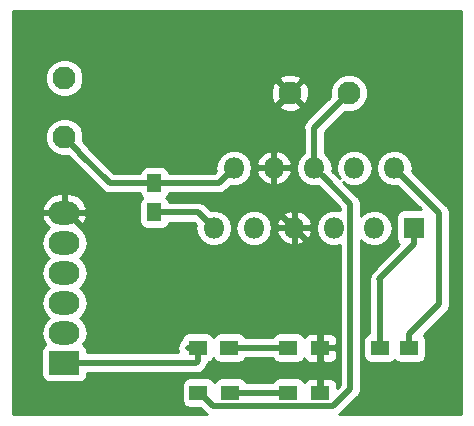
<source format=gtl>
G04 #@! TF.GenerationSoftware,KiCad,Pcbnew,(5.0.0-3-g5ebb6b6)*
G04 #@! TF.CreationDate,2018-09-23T14:54:49+01:00*
G04 #@! TF.ProjectId,flow-module,666C6F772D6D6F64756C652E6B696361,rev?*
G04 #@! TF.SameCoordinates,Original*
G04 #@! TF.FileFunction,Copper,L1,Top,Signal*
G04 #@! TF.FilePolarity,Positive*
%FSLAX46Y46*%
G04 Gerber Fmt 4.6, Leading zero omitted, Abs format (unit mm)*
G04 Created by KiCad (PCBNEW (5.0.0-3-g5ebb6b6)) date 2018 September 23, Sunday 14:54:49*
%MOMM*%
%LPD*%
G01*
G04 APERTURE LIST*
G04 #@! TA.AperFunction,SMDPad,CuDef*
%ADD10R,1.500000X1.300000*%
G04 #@! TD*
G04 #@! TA.AperFunction,ComponentPad*
%ADD11C,1.950000*%
G04 #@! TD*
G04 #@! TA.AperFunction,SMDPad,CuDef*
%ADD12R,1.250000X1.500000*%
G04 #@! TD*
G04 #@! TA.AperFunction,SMDPad,CuDef*
%ADD13R,1.500000X1.250000*%
G04 #@! TD*
G04 #@! TA.AperFunction,ComponentPad*
%ADD14R,1.800000X1.800000*%
G04 #@! TD*
G04 #@! TA.AperFunction,ComponentPad*
%ADD15O,1.800000X1.800000*%
G04 #@! TD*
G04 #@! TA.AperFunction,ComponentPad*
%ADD16R,2.600000X2.000000*%
G04 #@! TD*
G04 #@! TA.AperFunction,ComponentPad*
%ADD17O,2.600000X2.000000*%
G04 #@! TD*
G04 #@! TA.AperFunction,Conductor*
%ADD18C,0.500000*%
G04 #@! TD*
G04 #@! TA.AperFunction,Conductor*
%ADD19C,0.254000*%
G04 #@! TD*
G04 APERTURE END LIST*
D10*
G04 #@! TO.P,R1,1*
G04 #@! TO.N,Net-(D5-Pad1)*
X93900000Y-54610000D03*
G04 #@! TO.P,R1,2*
G04 #@! TO.N,Earth*
X96600000Y-54610000D03*
G04 #@! TD*
D11*
G04 #@! TO.P,P1,2*
G04 #@! TO.N,Earth*
X94020000Y-29210000D03*
G04 #@! TO.P,P1,1*
G04 #@! TO.N,VCC*
X99020000Y-29210000D03*
G04 #@! TD*
D10*
G04 #@! TO.P,D5,1*
G04 #@! TO.N,Net-(D5-Pad1)*
X88980000Y-54610000D03*
G04 #@! TO.P,D5,2*
G04 #@! TO.N,VCC*
X86280000Y-54610000D03*
G04 #@! TD*
G04 #@! TO.P,D6,1*
G04 #@! TO.N,Net-(D6-Pad1)*
X88900000Y-50800000D03*
G04 #@! TO.P,D6,2*
G04 #@! TO.N,VAA*
X86200000Y-50800000D03*
G04 #@! TD*
G04 #@! TO.P,R2,1*
G04 #@! TO.N,Net-(D6-Pad1)*
X93900000Y-50800000D03*
G04 #@! TO.P,R2,2*
G04 #@! TO.N,Earth*
X96600000Y-50800000D03*
G04 #@! TD*
D12*
G04 #@! TO.P,C1,1*
G04 #@! TO.N,Output2*
X82550000Y-36850000D03*
G04 #@! TO.P,C1,2*
G04 #@! TO.N,Net-(C1-Pad2)*
X82550000Y-39350000D03*
G04 #@! TD*
D13*
G04 #@! TO.P,C2,1*
G04 #@! TO.N,Net-(C2-Pad1)*
X101640000Y-50800000D03*
G04 #@! TO.P,C2,2*
G04 #@! TO.N,Output1*
X104140000Y-50800000D03*
G04 #@! TD*
D14*
G04 #@! TO.P,H2,1*
G04 #@! TO.N,Net-(C2-Pad1)*
X104570000Y-40640000D03*
D15*
G04 #@! TO.P,H2,2*
G04 #@! TO.N,Output1*
X102870000Y-35560000D03*
G04 #@! TO.P,H2,3*
G04 #@! TO.N,Dir*
X101170000Y-40640000D03*
G04 #@! TO.P,H2,4*
G04 #@! TO.N,Brake*
X99470000Y-35560000D03*
G04 #@! TO.P,H2,5*
G04 #@! TO.N,PWM*
X97770000Y-40640000D03*
G04 #@! TO.P,H2,6*
G04 #@! TO.N,VCC*
X96070000Y-35560000D03*
G04 #@! TO.P,H2,7*
G04 #@! TO.N,Earth*
X94370000Y-40640000D03*
G04 #@! TO.P,H2,8*
X92670000Y-35560000D03*
G04 #@! TO.P,H2,9*
G04 #@! TO.N,Flag*
X90970000Y-40640000D03*
G04 #@! TO.P,H2,10*
G04 #@! TO.N,Output2*
X89270000Y-35560000D03*
G04 #@! TO.P,H2,11*
G04 #@! TO.N,Net-(C1-Pad2)*
X87570000Y-40640000D03*
G04 #@! TD*
D16*
G04 #@! TO.P,P3,1*
G04 #@! TO.N,VAA*
X74930000Y-52070000D03*
D17*
G04 #@! TO.P,P3,2*
G04 #@! TO.N,Dir*
X74930000Y-49530000D03*
G04 #@! TO.P,P3,3*
G04 #@! TO.N,Brake*
X74930000Y-46990000D03*
G04 #@! TO.P,P3,4*
G04 #@! TO.N,PWM*
X74930000Y-44450000D03*
G04 #@! TO.P,P3,5*
G04 #@! TO.N,Flag*
X74930000Y-41910000D03*
G04 #@! TO.P,P3,6*
G04 #@! TO.N,Earth*
X74930000Y-39370000D03*
G04 #@! TD*
D11*
G04 #@! TO.P,P5,2*
G04 #@! TO.N,Output1*
X74930000Y-27980000D03*
G04 #@! TO.P,P5,1*
G04 #@! TO.N,Output2*
X74930000Y-32980000D03*
G04 #@! TD*
D18*
G04 #@! TO.N,Output2*
X82550000Y-36850000D02*
X87980000Y-36850000D01*
X87980000Y-36850000D02*
X89270000Y-35560000D01*
X76200000Y-34290000D02*
X78760000Y-36850000D01*
X78760000Y-36850000D02*
X82550000Y-36850000D01*
X76200000Y-34250000D02*
X76200000Y-34290000D01*
X74930000Y-32980000D02*
X76200000Y-34250000D01*
G04 #@! TO.N,Net-(C1-Pad2)*
X82550000Y-39350000D02*
X86280000Y-39350000D01*
X86280000Y-39350000D02*
X87570000Y-40640000D01*
G04 #@! TO.N,Net-(C2-Pad1)*
X101765000Y-50800000D02*
X101640000Y-50800000D01*
X104570000Y-42040000D02*
X101600000Y-45010000D01*
X104570000Y-40640000D02*
X104570000Y-42040000D01*
X101640000Y-45050000D02*
X101640000Y-50800000D01*
X101600000Y-45010000D02*
X101640000Y-45050000D01*
G04 #@! TO.N,Output1*
X102870000Y-35560000D02*
X106680000Y-39370000D01*
X104140000Y-49675000D02*
X106680000Y-47135000D01*
X104140000Y-50800000D02*
X104140000Y-49675000D01*
X106680000Y-47135000D02*
X106680000Y-39370000D01*
G04 #@! TO.N,VCC*
X86280000Y-54610000D02*
X86380000Y-54610000D01*
X86380000Y-54610000D02*
X87480001Y-55710001D01*
X87480001Y-55710001D02*
X97710001Y-55710001D01*
X97710001Y-55710001D02*
X99120001Y-54300001D01*
X99120001Y-54300001D02*
X99120001Y-38610001D01*
X99120001Y-38610001D02*
X96969999Y-36459999D01*
X96969999Y-36459999D02*
X96070000Y-35560000D01*
X96070000Y-32160000D02*
X99020000Y-29210000D01*
X96070000Y-35560000D02*
X96070000Y-32160000D01*
G04 #@! TO.N,Earth*
X96600000Y-50800000D02*
X96600000Y-44450000D01*
X74930000Y-39370000D02*
X75230000Y-39370000D01*
X96600000Y-44450000D02*
X96600000Y-42870000D01*
X75230000Y-39370000D02*
X80310000Y-44450000D01*
X80310000Y-44450000D02*
X96600000Y-44450000D01*
X92670000Y-35560000D02*
X92670000Y-38940000D01*
X92670000Y-38940000D02*
X94370000Y-40640000D01*
X96600000Y-54610000D02*
X96600000Y-50800000D01*
X96600000Y-42870000D02*
X94370000Y-40640000D01*
X73960000Y-39370000D02*
X73660000Y-39370000D01*
X92670000Y-30560000D02*
X94020000Y-29210000D01*
X92670000Y-35560000D02*
X92670000Y-30560000D01*
G04 #@! TO.N,Net-(D5-Pad1)*
X88980000Y-54610000D02*
X93900000Y-54610000D01*
G04 #@! TO.N,Net-(D6-Pad1)*
X88900000Y-50800000D02*
X89000000Y-50800000D01*
X89000000Y-50800000D02*
X93900000Y-50800000D01*
G04 #@! TO.N,VAA*
X74930000Y-52070000D02*
X86080000Y-52070000D01*
X86080000Y-52070000D02*
X86200000Y-51950000D01*
X86200000Y-51950000D02*
X86200000Y-50800000D01*
X86200000Y-50800000D02*
X85390000Y-50800000D01*
G04 #@! TD*
D19*
G04 #@! TO.N,Earth*
G36*
X108510001Y-56440000D02*
X98210438Y-56440000D01*
X98348050Y-56348050D01*
X98397426Y-56274154D01*
X99684157Y-54987424D01*
X99758050Y-54938050D01*
X99833588Y-54825001D01*
X99953652Y-54645312D01*
X99953653Y-54645311D01*
X100005001Y-54387166D01*
X100005001Y-54387162D01*
X100022338Y-54300002D01*
X100005001Y-54212842D01*
X100005001Y-50175000D01*
X100242560Y-50175000D01*
X100242560Y-51425000D01*
X100291843Y-51672765D01*
X100432191Y-51882809D01*
X100642235Y-52023157D01*
X100890000Y-52072440D01*
X102390000Y-52072440D01*
X102637765Y-52023157D01*
X102847809Y-51882809D01*
X102890000Y-51819666D01*
X102932191Y-51882809D01*
X103142235Y-52023157D01*
X103390000Y-52072440D01*
X104890000Y-52072440D01*
X105137765Y-52023157D01*
X105347809Y-51882809D01*
X105488157Y-51672765D01*
X105537440Y-51425000D01*
X105537440Y-50175000D01*
X105488157Y-49927235D01*
X105348441Y-49718137D01*
X107244156Y-47822423D01*
X107318049Y-47773049D01*
X107513652Y-47480310D01*
X107565000Y-47222165D01*
X107565000Y-47222161D01*
X107582337Y-47135001D01*
X107565000Y-47047841D01*
X107565000Y-39457161D01*
X107582337Y-39370000D01*
X107565000Y-39282839D01*
X107565000Y-39282835D01*
X107513652Y-39024690D01*
X107318049Y-38731951D01*
X107244156Y-38682577D01*
X104383060Y-35821482D01*
X104435072Y-35560000D01*
X104315938Y-34961073D01*
X103976673Y-34453327D01*
X103468927Y-34114062D01*
X103021182Y-34025000D01*
X102718818Y-34025000D01*
X102271073Y-34114062D01*
X101763327Y-34453327D01*
X101424062Y-34961073D01*
X101304928Y-35560000D01*
X101424062Y-36158927D01*
X101763327Y-36666673D01*
X102271073Y-37005938D01*
X102718818Y-37095000D01*
X103021182Y-37095000D01*
X103131482Y-37073060D01*
X105150981Y-39092560D01*
X103670000Y-39092560D01*
X103422235Y-39141843D01*
X103212191Y-39282191D01*
X103071843Y-39492235D01*
X103022560Y-39740000D01*
X103022560Y-41540000D01*
X103071843Y-41787765D01*
X103212191Y-41997809D01*
X103301163Y-42057258D01*
X101035846Y-44322576D01*
X100961951Y-44371951D01*
X100912576Y-44445846D01*
X100766348Y-44664691D01*
X100697663Y-45010000D01*
X100755000Y-45298258D01*
X100755001Y-49554413D01*
X100642235Y-49576843D01*
X100432191Y-49717191D01*
X100291843Y-49927235D01*
X100242560Y-50175000D01*
X100005001Y-50175000D01*
X100005001Y-41659382D01*
X100063327Y-41746673D01*
X100571073Y-42085938D01*
X101018818Y-42175000D01*
X101321182Y-42175000D01*
X101768927Y-42085938D01*
X102276673Y-41746673D01*
X102615938Y-41238927D01*
X102735072Y-40640000D01*
X102615938Y-40041073D01*
X102276673Y-39533327D01*
X101768927Y-39194062D01*
X101321182Y-39105000D01*
X101018818Y-39105000D01*
X100571073Y-39194062D01*
X100063327Y-39533327D01*
X100005001Y-39620618D01*
X100005001Y-38697162D01*
X100022338Y-38610001D01*
X100005001Y-38522840D01*
X100005001Y-38522836D01*
X99953653Y-38264691D01*
X99758050Y-37971952D01*
X99684157Y-37922578D01*
X98558988Y-36797409D01*
X98871073Y-37005938D01*
X99318818Y-37095000D01*
X99621182Y-37095000D01*
X100068927Y-37005938D01*
X100576673Y-36666673D01*
X100915938Y-36158927D01*
X101035072Y-35560000D01*
X100915938Y-34961073D01*
X100576673Y-34453327D01*
X100068927Y-34114062D01*
X99621182Y-34025000D01*
X99318818Y-34025000D01*
X98871073Y-34114062D01*
X98363327Y-34453327D01*
X98024062Y-34961073D01*
X97904928Y-35560000D01*
X98024062Y-36158927D01*
X98232591Y-36471013D01*
X97657425Y-35895847D01*
X97657423Y-35895844D01*
X97583060Y-35821481D01*
X97635072Y-35560000D01*
X97515938Y-34961073D01*
X97176673Y-34453327D01*
X96955000Y-34305210D01*
X96955000Y-32526578D01*
X98672759Y-30808820D01*
X98699751Y-30820000D01*
X99340249Y-30820000D01*
X99931992Y-30574892D01*
X100384892Y-30121992D01*
X100630000Y-29530249D01*
X100630000Y-28889751D01*
X100384892Y-28298008D01*
X99931992Y-27845108D01*
X99340249Y-27600000D01*
X98699751Y-27600000D01*
X98108008Y-27845108D01*
X97655108Y-28298008D01*
X97410000Y-28889751D01*
X97410000Y-29530249D01*
X97421180Y-29557241D01*
X95505845Y-31472577D01*
X95431952Y-31521951D01*
X95382578Y-31595844D01*
X95382576Y-31595846D01*
X95236348Y-31814691D01*
X95167663Y-32160000D01*
X95185001Y-32247165D01*
X95185000Y-34305210D01*
X94963327Y-34453327D01*
X94624062Y-34961073D01*
X94504928Y-35560000D01*
X94624062Y-36158927D01*
X94963327Y-36666673D01*
X95471073Y-37005938D01*
X95918818Y-37095000D01*
X96221182Y-37095000D01*
X96331481Y-37073060D01*
X96405844Y-37147423D01*
X96405847Y-37147425D01*
X98235002Y-38976581D01*
X98235002Y-39167423D01*
X97921182Y-39105000D01*
X97618818Y-39105000D01*
X97171073Y-39194062D01*
X96663327Y-39533327D01*
X96324062Y-40041073D01*
X96204928Y-40640000D01*
X96324062Y-41238927D01*
X96663327Y-41746673D01*
X97171073Y-42085938D01*
X97618818Y-42175000D01*
X97921182Y-42175000D01*
X98235002Y-42112577D01*
X98235001Y-53933422D01*
X97985000Y-54183423D01*
X97985000Y-53833690D01*
X97888327Y-53600301D01*
X97709698Y-53421673D01*
X97476309Y-53325000D01*
X96885750Y-53325000D01*
X96727000Y-53483750D01*
X96727000Y-54483000D01*
X96747000Y-54483000D01*
X96747000Y-54737000D01*
X96727000Y-54737000D01*
X96727000Y-54757000D01*
X96473000Y-54757000D01*
X96473000Y-54737000D01*
X96453000Y-54737000D01*
X96453000Y-54483000D01*
X96473000Y-54483000D01*
X96473000Y-53483750D01*
X96314250Y-53325000D01*
X95723691Y-53325000D01*
X95490302Y-53421673D01*
X95311673Y-53600301D01*
X95253721Y-53740209D01*
X95248157Y-53712235D01*
X95107809Y-53502191D01*
X94897765Y-53361843D01*
X94650000Y-53312560D01*
X93150000Y-53312560D01*
X92902235Y-53361843D01*
X92692191Y-53502191D01*
X92551843Y-53712235D01*
X92549304Y-53725000D01*
X90330696Y-53725000D01*
X90328157Y-53712235D01*
X90187809Y-53502191D01*
X89977765Y-53361843D01*
X89730000Y-53312560D01*
X88230000Y-53312560D01*
X87982235Y-53361843D01*
X87772191Y-53502191D01*
X87631843Y-53712235D01*
X87630000Y-53721500D01*
X87628157Y-53712235D01*
X87487809Y-53502191D01*
X87277765Y-53361843D01*
X87030000Y-53312560D01*
X85530000Y-53312560D01*
X85282235Y-53361843D01*
X85072191Y-53502191D01*
X84931843Y-53712235D01*
X84882560Y-53960000D01*
X84882560Y-55260000D01*
X84931843Y-55507765D01*
X85072191Y-55717809D01*
X85282235Y-55858157D01*
X85530000Y-55907440D01*
X86425861Y-55907440D01*
X86792578Y-56274157D01*
X86841952Y-56348050D01*
X86915845Y-56397424D01*
X86915846Y-56397425D01*
X86979564Y-56440000D01*
X70560000Y-56440000D01*
X70560000Y-41910000D01*
X72962969Y-41910000D01*
X73089864Y-42547945D01*
X73451231Y-43088769D01*
X73587768Y-43180000D01*
X73451231Y-43271231D01*
X73089864Y-43812055D01*
X72962969Y-44450000D01*
X73089864Y-45087945D01*
X73451231Y-45628769D01*
X73587768Y-45720000D01*
X73451231Y-45811231D01*
X73089864Y-46352055D01*
X72962969Y-46990000D01*
X73089864Y-47627945D01*
X73451231Y-48168769D01*
X73587768Y-48260000D01*
X73451231Y-48351231D01*
X73089864Y-48892055D01*
X72962969Y-49530000D01*
X73089864Y-50167945D01*
X73320489Y-50513100D01*
X73172191Y-50612191D01*
X73031843Y-50822235D01*
X72982560Y-51070000D01*
X72982560Y-53070000D01*
X73031843Y-53317765D01*
X73172191Y-53527809D01*
X73382235Y-53668157D01*
X73630000Y-53717440D01*
X76230000Y-53717440D01*
X76477765Y-53668157D01*
X76687809Y-53527809D01*
X76828157Y-53317765D01*
X76877440Y-53070000D01*
X76877440Y-52955000D01*
X85992839Y-52955000D01*
X86080000Y-52972337D01*
X86167161Y-52955000D01*
X86167165Y-52955000D01*
X86425310Y-52903652D01*
X86718049Y-52708049D01*
X86766115Y-52636114D01*
X86838049Y-52588049D01*
X87033652Y-52295310D01*
X87078078Y-52071964D01*
X87197765Y-52048157D01*
X87407809Y-51907809D01*
X87548157Y-51697765D01*
X87550000Y-51688500D01*
X87551843Y-51697765D01*
X87692191Y-51907809D01*
X87902235Y-52048157D01*
X88150000Y-52097440D01*
X89650000Y-52097440D01*
X89897765Y-52048157D01*
X90107809Y-51907809D01*
X90248157Y-51697765D01*
X90250696Y-51685000D01*
X92549304Y-51685000D01*
X92551843Y-51697765D01*
X92692191Y-51907809D01*
X92902235Y-52048157D01*
X93150000Y-52097440D01*
X94650000Y-52097440D01*
X94897765Y-52048157D01*
X95107809Y-51907809D01*
X95248157Y-51697765D01*
X95253721Y-51669791D01*
X95311673Y-51809699D01*
X95490302Y-51988327D01*
X95723691Y-52085000D01*
X96314250Y-52085000D01*
X96473000Y-51926250D01*
X96473000Y-50927000D01*
X96727000Y-50927000D01*
X96727000Y-51926250D01*
X96885750Y-52085000D01*
X97476309Y-52085000D01*
X97709698Y-51988327D01*
X97888327Y-51809699D01*
X97985000Y-51576310D01*
X97985000Y-51085750D01*
X97826250Y-50927000D01*
X96727000Y-50927000D01*
X96473000Y-50927000D01*
X96453000Y-50927000D01*
X96453000Y-50673000D01*
X96473000Y-50673000D01*
X96473000Y-49673750D01*
X96727000Y-49673750D01*
X96727000Y-50673000D01*
X97826250Y-50673000D01*
X97985000Y-50514250D01*
X97985000Y-50023690D01*
X97888327Y-49790301D01*
X97709698Y-49611673D01*
X97476309Y-49515000D01*
X96885750Y-49515000D01*
X96727000Y-49673750D01*
X96473000Y-49673750D01*
X96314250Y-49515000D01*
X95723691Y-49515000D01*
X95490302Y-49611673D01*
X95311673Y-49790301D01*
X95253721Y-49930209D01*
X95248157Y-49902235D01*
X95107809Y-49692191D01*
X94897765Y-49551843D01*
X94650000Y-49502560D01*
X93150000Y-49502560D01*
X92902235Y-49551843D01*
X92692191Y-49692191D01*
X92551843Y-49902235D01*
X92549304Y-49915000D01*
X90250696Y-49915000D01*
X90248157Y-49902235D01*
X90107809Y-49692191D01*
X89897765Y-49551843D01*
X89650000Y-49502560D01*
X88150000Y-49502560D01*
X87902235Y-49551843D01*
X87692191Y-49692191D01*
X87551843Y-49902235D01*
X87550000Y-49911500D01*
X87548157Y-49902235D01*
X87407809Y-49692191D01*
X87197765Y-49551843D01*
X86950000Y-49502560D01*
X85450000Y-49502560D01*
X85202235Y-49551843D01*
X84992191Y-49692191D01*
X84851843Y-49902235D01*
X84807576Y-50124783D01*
X84751951Y-50161951D01*
X84556348Y-50454690D01*
X84487662Y-50800000D01*
X84556348Y-51145310D01*
X84582868Y-51185000D01*
X76877440Y-51185000D01*
X76877440Y-51070000D01*
X76828157Y-50822235D01*
X76687809Y-50612191D01*
X76539511Y-50513100D01*
X76770136Y-50167945D01*
X76897031Y-49530000D01*
X76770136Y-48892055D01*
X76408769Y-48351231D01*
X76272232Y-48260000D01*
X76408769Y-48168769D01*
X76770136Y-47627945D01*
X76897031Y-46990000D01*
X76770136Y-46352055D01*
X76408769Y-45811231D01*
X76272232Y-45720000D01*
X76408769Y-45628769D01*
X76770136Y-45087945D01*
X76897031Y-44450000D01*
X76770136Y-43812055D01*
X76408769Y-43271231D01*
X76272232Y-43180000D01*
X76408769Y-43088769D01*
X76770136Y-42547945D01*
X76897031Y-41910000D01*
X76770136Y-41272055D01*
X76408769Y-40731231D01*
X76242371Y-40620048D01*
X76475922Y-40436317D01*
X76789144Y-39878355D01*
X76820124Y-39750434D01*
X76700777Y-39497000D01*
X75057000Y-39497000D01*
X75057000Y-39517000D01*
X74803000Y-39517000D01*
X74803000Y-39497000D01*
X73159223Y-39497000D01*
X73039876Y-39750434D01*
X73070856Y-39878355D01*
X73384078Y-40436317D01*
X73617629Y-40620048D01*
X73451231Y-40731231D01*
X73089864Y-41272055D01*
X72962969Y-41910000D01*
X70560000Y-41910000D01*
X70560000Y-38989566D01*
X73039876Y-38989566D01*
X73159223Y-39243000D01*
X74803000Y-39243000D01*
X74803000Y-37735000D01*
X75057000Y-37735000D01*
X75057000Y-39243000D01*
X76700777Y-39243000D01*
X76820124Y-38989566D01*
X76789144Y-38861645D01*
X76475922Y-38303683D01*
X75973020Y-37908058D01*
X75357000Y-37735000D01*
X75057000Y-37735000D01*
X74803000Y-37735000D01*
X74503000Y-37735000D01*
X73886980Y-37908058D01*
X73384078Y-38303683D01*
X73070856Y-38861645D01*
X73039876Y-38989566D01*
X70560000Y-38989566D01*
X70560000Y-32659751D01*
X73320000Y-32659751D01*
X73320000Y-33300249D01*
X73565108Y-33891992D01*
X74018008Y-34344892D01*
X74609751Y-34590000D01*
X75250249Y-34590000D01*
X75277241Y-34578820D01*
X75432029Y-34733607D01*
X75561951Y-34928049D01*
X75635846Y-34977424D01*
X78072577Y-37414156D01*
X78121951Y-37488049D01*
X78195844Y-37537423D01*
X78195845Y-37537424D01*
X78414690Y-37683652D01*
X78672835Y-37735000D01*
X78672839Y-37735000D01*
X78760000Y-37752337D01*
X78847161Y-37735000D01*
X81304413Y-37735000D01*
X81326843Y-37847765D01*
X81467191Y-38057809D01*
X81530334Y-38100000D01*
X81467191Y-38142191D01*
X81326843Y-38352235D01*
X81277560Y-38600000D01*
X81277560Y-40100000D01*
X81326843Y-40347765D01*
X81467191Y-40557809D01*
X81677235Y-40698157D01*
X81925000Y-40747440D01*
X83175000Y-40747440D01*
X83422765Y-40698157D01*
X83632809Y-40557809D01*
X83773157Y-40347765D01*
X83795587Y-40235000D01*
X85913422Y-40235000D01*
X86056940Y-40378518D01*
X86004928Y-40640000D01*
X86124062Y-41238927D01*
X86463327Y-41746673D01*
X86971073Y-42085938D01*
X87418818Y-42175000D01*
X87721182Y-42175000D01*
X88168927Y-42085938D01*
X88676673Y-41746673D01*
X89015938Y-41238927D01*
X89135072Y-40640000D01*
X89404928Y-40640000D01*
X89524062Y-41238927D01*
X89863327Y-41746673D01*
X90371073Y-42085938D01*
X90818818Y-42175000D01*
X91121182Y-42175000D01*
X91568927Y-42085938D01*
X92076673Y-41746673D01*
X92415938Y-41238927D01*
X92462520Y-41004740D01*
X92878964Y-41004740D01*
X93057760Y-41436417D01*
X93462424Y-41877966D01*
X94005258Y-42131046D01*
X94243000Y-42010997D01*
X94243000Y-40767000D01*
X94497000Y-40767000D01*
X94497000Y-42010997D01*
X94734742Y-42131046D01*
X95277576Y-41877966D01*
X95682240Y-41436417D01*
X95861036Y-41004740D01*
X95740378Y-40767000D01*
X94497000Y-40767000D01*
X94243000Y-40767000D01*
X92999622Y-40767000D01*
X92878964Y-41004740D01*
X92462520Y-41004740D01*
X92535072Y-40640000D01*
X92462521Y-40275260D01*
X92878964Y-40275260D01*
X92999622Y-40513000D01*
X94243000Y-40513000D01*
X94243000Y-39269003D01*
X94497000Y-39269003D01*
X94497000Y-40513000D01*
X95740378Y-40513000D01*
X95861036Y-40275260D01*
X95682240Y-39843583D01*
X95277576Y-39402034D01*
X94734742Y-39148954D01*
X94497000Y-39269003D01*
X94243000Y-39269003D01*
X94005258Y-39148954D01*
X93462424Y-39402034D01*
X93057760Y-39843583D01*
X92878964Y-40275260D01*
X92462521Y-40275260D01*
X92415938Y-40041073D01*
X92076673Y-39533327D01*
X91568927Y-39194062D01*
X91121182Y-39105000D01*
X90818818Y-39105000D01*
X90371073Y-39194062D01*
X89863327Y-39533327D01*
X89524062Y-40041073D01*
X89404928Y-40640000D01*
X89135072Y-40640000D01*
X89015938Y-40041073D01*
X88676673Y-39533327D01*
X88168927Y-39194062D01*
X87721182Y-39105000D01*
X87418818Y-39105000D01*
X87308518Y-39126940D01*
X86967425Y-38785847D01*
X86918049Y-38711951D01*
X86625310Y-38516348D01*
X86367165Y-38465000D01*
X86367161Y-38465000D01*
X86280000Y-38447663D01*
X86192839Y-38465000D01*
X83795587Y-38465000D01*
X83773157Y-38352235D01*
X83632809Y-38142191D01*
X83569666Y-38100000D01*
X83632809Y-38057809D01*
X83773157Y-37847765D01*
X83795587Y-37735000D01*
X87892839Y-37735000D01*
X87980000Y-37752337D01*
X88067161Y-37735000D01*
X88067165Y-37735000D01*
X88325310Y-37683652D01*
X88618049Y-37488049D01*
X88667425Y-37414153D01*
X89008518Y-37073060D01*
X89118818Y-37095000D01*
X89421182Y-37095000D01*
X89868927Y-37005938D01*
X90376673Y-36666673D01*
X90715938Y-36158927D01*
X90762520Y-35924740D01*
X91178964Y-35924740D01*
X91357760Y-36356417D01*
X91762424Y-36797966D01*
X92305258Y-37051046D01*
X92543000Y-36930997D01*
X92543000Y-35687000D01*
X92797000Y-35687000D01*
X92797000Y-36930997D01*
X93034742Y-37051046D01*
X93577576Y-36797966D01*
X93982240Y-36356417D01*
X94161036Y-35924740D01*
X94040378Y-35687000D01*
X92797000Y-35687000D01*
X92543000Y-35687000D01*
X91299622Y-35687000D01*
X91178964Y-35924740D01*
X90762520Y-35924740D01*
X90835072Y-35560000D01*
X90762521Y-35195260D01*
X91178964Y-35195260D01*
X91299622Y-35433000D01*
X92543000Y-35433000D01*
X92543000Y-34189003D01*
X92797000Y-34189003D01*
X92797000Y-35433000D01*
X94040378Y-35433000D01*
X94161036Y-35195260D01*
X93982240Y-34763583D01*
X93577576Y-34322034D01*
X93034742Y-34068954D01*
X92797000Y-34189003D01*
X92543000Y-34189003D01*
X92305258Y-34068954D01*
X91762424Y-34322034D01*
X91357760Y-34763583D01*
X91178964Y-35195260D01*
X90762521Y-35195260D01*
X90715938Y-34961073D01*
X90376673Y-34453327D01*
X89868927Y-34114062D01*
X89421182Y-34025000D01*
X89118818Y-34025000D01*
X88671073Y-34114062D01*
X88163327Y-34453327D01*
X87824062Y-34961073D01*
X87704928Y-35560000D01*
X87756940Y-35821482D01*
X87613422Y-35965000D01*
X83795587Y-35965000D01*
X83773157Y-35852235D01*
X83632809Y-35642191D01*
X83422765Y-35501843D01*
X83175000Y-35452560D01*
X81925000Y-35452560D01*
X81677235Y-35501843D01*
X81467191Y-35642191D01*
X81326843Y-35852235D01*
X81304413Y-35965000D01*
X79126579Y-35965000D01*
X76967973Y-33806395D01*
X76838049Y-33611951D01*
X76764156Y-33562577D01*
X76528820Y-33327241D01*
X76540000Y-33300249D01*
X76540000Y-32659751D01*
X76294892Y-32068008D01*
X75841992Y-31615108D01*
X75250249Y-31370000D01*
X74609751Y-31370000D01*
X74018008Y-31615108D01*
X73565108Y-32068008D01*
X73320000Y-32659751D01*
X70560000Y-32659751D01*
X70560000Y-30344442D01*
X93065163Y-30344442D01*
X93160763Y-30608704D01*
X93761429Y-30831049D01*
X94401461Y-30806605D01*
X94879237Y-30608704D01*
X94974837Y-30344442D01*
X94020000Y-29389605D01*
X93065163Y-30344442D01*
X70560000Y-30344442D01*
X70560000Y-27659751D01*
X73320000Y-27659751D01*
X73320000Y-28300249D01*
X73565108Y-28891992D01*
X74018008Y-29344892D01*
X74609751Y-29590000D01*
X75250249Y-29590000D01*
X75841992Y-29344892D01*
X76235455Y-28951429D01*
X92398951Y-28951429D01*
X92423395Y-29591461D01*
X92621296Y-30069237D01*
X92885558Y-30164837D01*
X93840395Y-29210000D01*
X94199605Y-29210000D01*
X95154442Y-30164837D01*
X95418704Y-30069237D01*
X95641049Y-29468571D01*
X95616605Y-28828539D01*
X95418704Y-28350763D01*
X95154442Y-28255163D01*
X94199605Y-29210000D01*
X93840395Y-29210000D01*
X92885558Y-28255163D01*
X92621296Y-28350763D01*
X92398951Y-28951429D01*
X76235455Y-28951429D01*
X76294892Y-28891992D01*
X76540000Y-28300249D01*
X76540000Y-28075558D01*
X93065163Y-28075558D01*
X94020000Y-29030395D01*
X94974837Y-28075558D01*
X94879237Y-27811296D01*
X94278571Y-27588951D01*
X93638539Y-27613395D01*
X93160763Y-27811296D01*
X93065163Y-28075558D01*
X76540000Y-28075558D01*
X76540000Y-27659751D01*
X76294892Y-27068008D01*
X75841992Y-26615108D01*
X75250249Y-26370000D01*
X74609751Y-26370000D01*
X74018008Y-26615108D01*
X73565108Y-27068008D01*
X73320000Y-27659751D01*
X70560000Y-27659751D01*
X70560000Y-22300000D01*
X108510000Y-22300000D01*
X108510001Y-56440000D01*
X108510001Y-56440000D01*
G37*
X108510001Y-56440000D02*
X98210438Y-56440000D01*
X98348050Y-56348050D01*
X98397426Y-56274154D01*
X99684157Y-54987424D01*
X99758050Y-54938050D01*
X99833588Y-54825001D01*
X99953652Y-54645312D01*
X99953653Y-54645311D01*
X100005001Y-54387166D01*
X100005001Y-54387162D01*
X100022338Y-54300002D01*
X100005001Y-54212842D01*
X100005001Y-50175000D01*
X100242560Y-50175000D01*
X100242560Y-51425000D01*
X100291843Y-51672765D01*
X100432191Y-51882809D01*
X100642235Y-52023157D01*
X100890000Y-52072440D01*
X102390000Y-52072440D01*
X102637765Y-52023157D01*
X102847809Y-51882809D01*
X102890000Y-51819666D01*
X102932191Y-51882809D01*
X103142235Y-52023157D01*
X103390000Y-52072440D01*
X104890000Y-52072440D01*
X105137765Y-52023157D01*
X105347809Y-51882809D01*
X105488157Y-51672765D01*
X105537440Y-51425000D01*
X105537440Y-50175000D01*
X105488157Y-49927235D01*
X105348441Y-49718137D01*
X107244156Y-47822423D01*
X107318049Y-47773049D01*
X107513652Y-47480310D01*
X107565000Y-47222165D01*
X107565000Y-47222161D01*
X107582337Y-47135001D01*
X107565000Y-47047841D01*
X107565000Y-39457161D01*
X107582337Y-39370000D01*
X107565000Y-39282839D01*
X107565000Y-39282835D01*
X107513652Y-39024690D01*
X107318049Y-38731951D01*
X107244156Y-38682577D01*
X104383060Y-35821482D01*
X104435072Y-35560000D01*
X104315938Y-34961073D01*
X103976673Y-34453327D01*
X103468927Y-34114062D01*
X103021182Y-34025000D01*
X102718818Y-34025000D01*
X102271073Y-34114062D01*
X101763327Y-34453327D01*
X101424062Y-34961073D01*
X101304928Y-35560000D01*
X101424062Y-36158927D01*
X101763327Y-36666673D01*
X102271073Y-37005938D01*
X102718818Y-37095000D01*
X103021182Y-37095000D01*
X103131482Y-37073060D01*
X105150981Y-39092560D01*
X103670000Y-39092560D01*
X103422235Y-39141843D01*
X103212191Y-39282191D01*
X103071843Y-39492235D01*
X103022560Y-39740000D01*
X103022560Y-41540000D01*
X103071843Y-41787765D01*
X103212191Y-41997809D01*
X103301163Y-42057258D01*
X101035846Y-44322576D01*
X100961951Y-44371951D01*
X100912576Y-44445846D01*
X100766348Y-44664691D01*
X100697663Y-45010000D01*
X100755000Y-45298258D01*
X100755001Y-49554413D01*
X100642235Y-49576843D01*
X100432191Y-49717191D01*
X100291843Y-49927235D01*
X100242560Y-50175000D01*
X100005001Y-50175000D01*
X100005001Y-41659382D01*
X100063327Y-41746673D01*
X100571073Y-42085938D01*
X101018818Y-42175000D01*
X101321182Y-42175000D01*
X101768927Y-42085938D01*
X102276673Y-41746673D01*
X102615938Y-41238927D01*
X102735072Y-40640000D01*
X102615938Y-40041073D01*
X102276673Y-39533327D01*
X101768927Y-39194062D01*
X101321182Y-39105000D01*
X101018818Y-39105000D01*
X100571073Y-39194062D01*
X100063327Y-39533327D01*
X100005001Y-39620618D01*
X100005001Y-38697162D01*
X100022338Y-38610001D01*
X100005001Y-38522840D01*
X100005001Y-38522836D01*
X99953653Y-38264691D01*
X99758050Y-37971952D01*
X99684157Y-37922578D01*
X98558988Y-36797409D01*
X98871073Y-37005938D01*
X99318818Y-37095000D01*
X99621182Y-37095000D01*
X100068927Y-37005938D01*
X100576673Y-36666673D01*
X100915938Y-36158927D01*
X101035072Y-35560000D01*
X100915938Y-34961073D01*
X100576673Y-34453327D01*
X100068927Y-34114062D01*
X99621182Y-34025000D01*
X99318818Y-34025000D01*
X98871073Y-34114062D01*
X98363327Y-34453327D01*
X98024062Y-34961073D01*
X97904928Y-35560000D01*
X98024062Y-36158927D01*
X98232591Y-36471013D01*
X97657425Y-35895847D01*
X97657423Y-35895844D01*
X97583060Y-35821481D01*
X97635072Y-35560000D01*
X97515938Y-34961073D01*
X97176673Y-34453327D01*
X96955000Y-34305210D01*
X96955000Y-32526578D01*
X98672759Y-30808820D01*
X98699751Y-30820000D01*
X99340249Y-30820000D01*
X99931992Y-30574892D01*
X100384892Y-30121992D01*
X100630000Y-29530249D01*
X100630000Y-28889751D01*
X100384892Y-28298008D01*
X99931992Y-27845108D01*
X99340249Y-27600000D01*
X98699751Y-27600000D01*
X98108008Y-27845108D01*
X97655108Y-28298008D01*
X97410000Y-28889751D01*
X97410000Y-29530249D01*
X97421180Y-29557241D01*
X95505845Y-31472577D01*
X95431952Y-31521951D01*
X95382578Y-31595844D01*
X95382576Y-31595846D01*
X95236348Y-31814691D01*
X95167663Y-32160000D01*
X95185001Y-32247165D01*
X95185000Y-34305210D01*
X94963327Y-34453327D01*
X94624062Y-34961073D01*
X94504928Y-35560000D01*
X94624062Y-36158927D01*
X94963327Y-36666673D01*
X95471073Y-37005938D01*
X95918818Y-37095000D01*
X96221182Y-37095000D01*
X96331481Y-37073060D01*
X96405844Y-37147423D01*
X96405847Y-37147425D01*
X98235002Y-38976581D01*
X98235002Y-39167423D01*
X97921182Y-39105000D01*
X97618818Y-39105000D01*
X97171073Y-39194062D01*
X96663327Y-39533327D01*
X96324062Y-40041073D01*
X96204928Y-40640000D01*
X96324062Y-41238927D01*
X96663327Y-41746673D01*
X97171073Y-42085938D01*
X97618818Y-42175000D01*
X97921182Y-42175000D01*
X98235002Y-42112577D01*
X98235001Y-53933422D01*
X97985000Y-54183423D01*
X97985000Y-53833690D01*
X97888327Y-53600301D01*
X97709698Y-53421673D01*
X97476309Y-53325000D01*
X96885750Y-53325000D01*
X96727000Y-53483750D01*
X96727000Y-54483000D01*
X96747000Y-54483000D01*
X96747000Y-54737000D01*
X96727000Y-54737000D01*
X96727000Y-54757000D01*
X96473000Y-54757000D01*
X96473000Y-54737000D01*
X96453000Y-54737000D01*
X96453000Y-54483000D01*
X96473000Y-54483000D01*
X96473000Y-53483750D01*
X96314250Y-53325000D01*
X95723691Y-53325000D01*
X95490302Y-53421673D01*
X95311673Y-53600301D01*
X95253721Y-53740209D01*
X95248157Y-53712235D01*
X95107809Y-53502191D01*
X94897765Y-53361843D01*
X94650000Y-53312560D01*
X93150000Y-53312560D01*
X92902235Y-53361843D01*
X92692191Y-53502191D01*
X92551843Y-53712235D01*
X92549304Y-53725000D01*
X90330696Y-53725000D01*
X90328157Y-53712235D01*
X90187809Y-53502191D01*
X89977765Y-53361843D01*
X89730000Y-53312560D01*
X88230000Y-53312560D01*
X87982235Y-53361843D01*
X87772191Y-53502191D01*
X87631843Y-53712235D01*
X87630000Y-53721500D01*
X87628157Y-53712235D01*
X87487809Y-53502191D01*
X87277765Y-53361843D01*
X87030000Y-53312560D01*
X85530000Y-53312560D01*
X85282235Y-53361843D01*
X85072191Y-53502191D01*
X84931843Y-53712235D01*
X84882560Y-53960000D01*
X84882560Y-55260000D01*
X84931843Y-55507765D01*
X85072191Y-55717809D01*
X85282235Y-55858157D01*
X85530000Y-55907440D01*
X86425861Y-55907440D01*
X86792578Y-56274157D01*
X86841952Y-56348050D01*
X86915845Y-56397424D01*
X86915846Y-56397425D01*
X86979564Y-56440000D01*
X70560000Y-56440000D01*
X70560000Y-41910000D01*
X72962969Y-41910000D01*
X73089864Y-42547945D01*
X73451231Y-43088769D01*
X73587768Y-43180000D01*
X73451231Y-43271231D01*
X73089864Y-43812055D01*
X72962969Y-44450000D01*
X73089864Y-45087945D01*
X73451231Y-45628769D01*
X73587768Y-45720000D01*
X73451231Y-45811231D01*
X73089864Y-46352055D01*
X72962969Y-46990000D01*
X73089864Y-47627945D01*
X73451231Y-48168769D01*
X73587768Y-48260000D01*
X73451231Y-48351231D01*
X73089864Y-48892055D01*
X72962969Y-49530000D01*
X73089864Y-50167945D01*
X73320489Y-50513100D01*
X73172191Y-50612191D01*
X73031843Y-50822235D01*
X72982560Y-51070000D01*
X72982560Y-53070000D01*
X73031843Y-53317765D01*
X73172191Y-53527809D01*
X73382235Y-53668157D01*
X73630000Y-53717440D01*
X76230000Y-53717440D01*
X76477765Y-53668157D01*
X76687809Y-53527809D01*
X76828157Y-53317765D01*
X76877440Y-53070000D01*
X76877440Y-52955000D01*
X85992839Y-52955000D01*
X86080000Y-52972337D01*
X86167161Y-52955000D01*
X86167165Y-52955000D01*
X86425310Y-52903652D01*
X86718049Y-52708049D01*
X86766115Y-52636114D01*
X86838049Y-52588049D01*
X87033652Y-52295310D01*
X87078078Y-52071964D01*
X87197765Y-52048157D01*
X87407809Y-51907809D01*
X87548157Y-51697765D01*
X87550000Y-51688500D01*
X87551843Y-51697765D01*
X87692191Y-51907809D01*
X87902235Y-52048157D01*
X88150000Y-52097440D01*
X89650000Y-52097440D01*
X89897765Y-52048157D01*
X90107809Y-51907809D01*
X90248157Y-51697765D01*
X90250696Y-51685000D01*
X92549304Y-51685000D01*
X92551843Y-51697765D01*
X92692191Y-51907809D01*
X92902235Y-52048157D01*
X93150000Y-52097440D01*
X94650000Y-52097440D01*
X94897765Y-52048157D01*
X95107809Y-51907809D01*
X95248157Y-51697765D01*
X95253721Y-51669791D01*
X95311673Y-51809699D01*
X95490302Y-51988327D01*
X95723691Y-52085000D01*
X96314250Y-52085000D01*
X96473000Y-51926250D01*
X96473000Y-50927000D01*
X96727000Y-50927000D01*
X96727000Y-51926250D01*
X96885750Y-52085000D01*
X97476309Y-52085000D01*
X97709698Y-51988327D01*
X97888327Y-51809699D01*
X97985000Y-51576310D01*
X97985000Y-51085750D01*
X97826250Y-50927000D01*
X96727000Y-50927000D01*
X96473000Y-50927000D01*
X96453000Y-50927000D01*
X96453000Y-50673000D01*
X96473000Y-50673000D01*
X96473000Y-49673750D01*
X96727000Y-49673750D01*
X96727000Y-50673000D01*
X97826250Y-50673000D01*
X97985000Y-50514250D01*
X97985000Y-50023690D01*
X97888327Y-49790301D01*
X97709698Y-49611673D01*
X97476309Y-49515000D01*
X96885750Y-49515000D01*
X96727000Y-49673750D01*
X96473000Y-49673750D01*
X96314250Y-49515000D01*
X95723691Y-49515000D01*
X95490302Y-49611673D01*
X95311673Y-49790301D01*
X95253721Y-49930209D01*
X95248157Y-49902235D01*
X95107809Y-49692191D01*
X94897765Y-49551843D01*
X94650000Y-49502560D01*
X93150000Y-49502560D01*
X92902235Y-49551843D01*
X92692191Y-49692191D01*
X92551843Y-49902235D01*
X92549304Y-49915000D01*
X90250696Y-49915000D01*
X90248157Y-49902235D01*
X90107809Y-49692191D01*
X89897765Y-49551843D01*
X89650000Y-49502560D01*
X88150000Y-49502560D01*
X87902235Y-49551843D01*
X87692191Y-49692191D01*
X87551843Y-49902235D01*
X87550000Y-49911500D01*
X87548157Y-49902235D01*
X87407809Y-49692191D01*
X87197765Y-49551843D01*
X86950000Y-49502560D01*
X85450000Y-49502560D01*
X85202235Y-49551843D01*
X84992191Y-49692191D01*
X84851843Y-49902235D01*
X84807576Y-50124783D01*
X84751951Y-50161951D01*
X84556348Y-50454690D01*
X84487662Y-50800000D01*
X84556348Y-51145310D01*
X84582868Y-51185000D01*
X76877440Y-51185000D01*
X76877440Y-51070000D01*
X76828157Y-50822235D01*
X76687809Y-50612191D01*
X76539511Y-50513100D01*
X76770136Y-50167945D01*
X76897031Y-49530000D01*
X76770136Y-48892055D01*
X76408769Y-48351231D01*
X76272232Y-48260000D01*
X76408769Y-48168769D01*
X76770136Y-47627945D01*
X76897031Y-46990000D01*
X76770136Y-46352055D01*
X76408769Y-45811231D01*
X76272232Y-45720000D01*
X76408769Y-45628769D01*
X76770136Y-45087945D01*
X76897031Y-44450000D01*
X76770136Y-43812055D01*
X76408769Y-43271231D01*
X76272232Y-43180000D01*
X76408769Y-43088769D01*
X76770136Y-42547945D01*
X76897031Y-41910000D01*
X76770136Y-41272055D01*
X76408769Y-40731231D01*
X76242371Y-40620048D01*
X76475922Y-40436317D01*
X76789144Y-39878355D01*
X76820124Y-39750434D01*
X76700777Y-39497000D01*
X75057000Y-39497000D01*
X75057000Y-39517000D01*
X74803000Y-39517000D01*
X74803000Y-39497000D01*
X73159223Y-39497000D01*
X73039876Y-39750434D01*
X73070856Y-39878355D01*
X73384078Y-40436317D01*
X73617629Y-40620048D01*
X73451231Y-40731231D01*
X73089864Y-41272055D01*
X72962969Y-41910000D01*
X70560000Y-41910000D01*
X70560000Y-38989566D01*
X73039876Y-38989566D01*
X73159223Y-39243000D01*
X74803000Y-39243000D01*
X74803000Y-37735000D01*
X75057000Y-37735000D01*
X75057000Y-39243000D01*
X76700777Y-39243000D01*
X76820124Y-38989566D01*
X76789144Y-38861645D01*
X76475922Y-38303683D01*
X75973020Y-37908058D01*
X75357000Y-37735000D01*
X75057000Y-37735000D01*
X74803000Y-37735000D01*
X74503000Y-37735000D01*
X73886980Y-37908058D01*
X73384078Y-38303683D01*
X73070856Y-38861645D01*
X73039876Y-38989566D01*
X70560000Y-38989566D01*
X70560000Y-32659751D01*
X73320000Y-32659751D01*
X73320000Y-33300249D01*
X73565108Y-33891992D01*
X74018008Y-34344892D01*
X74609751Y-34590000D01*
X75250249Y-34590000D01*
X75277241Y-34578820D01*
X75432029Y-34733607D01*
X75561951Y-34928049D01*
X75635846Y-34977424D01*
X78072577Y-37414156D01*
X78121951Y-37488049D01*
X78195844Y-37537423D01*
X78195845Y-37537424D01*
X78414690Y-37683652D01*
X78672835Y-37735000D01*
X78672839Y-37735000D01*
X78760000Y-37752337D01*
X78847161Y-37735000D01*
X81304413Y-37735000D01*
X81326843Y-37847765D01*
X81467191Y-38057809D01*
X81530334Y-38100000D01*
X81467191Y-38142191D01*
X81326843Y-38352235D01*
X81277560Y-38600000D01*
X81277560Y-40100000D01*
X81326843Y-40347765D01*
X81467191Y-40557809D01*
X81677235Y-40698157D01*
X81925000Y-40747440D01*
X83175000Y-40747440D01*
X83422765Y-40698157D01*
X83632809Y-40557809D01*
X83773157Y-40347765D01*
X83795587Y-40235000D01*
X85913422Y-40235000D01*
X86056940Y-40378518D01*
X86004928Y-40640000D01*
X86124062Y-41238927D01*
X86463327Y-41746673D01*
X86971073Y-42085938D01*
X87418818Y-42175000D01*
X87721182Y-42175000D01*
X88168927Y-42085938D01*
X88676673Y-41746673D01*
X89015938Y-41238927D01*
X89135072Y-40640000D01*
X89404928Y-40640000D01*
X89524062Y-41238927D01*
X89863327Y-41746673D01*
X90371073Y-42085938D01*
X90818818Y-42175000D01*
X91121182Y-42175000D01*
X91568927Y-42085938D01*
X92076673Y-41746673D01*
X92415938Y-41238927D01*
X92462520Y-41004740D01*
X92878964Y-41004740D01*
X93057760Y-41436417D01*
X93462424Y-41877966D01*
X94005258Y-42131046D01*
X94243000Y-42010997D01*
X94243000Y-40767000D01*
X94497000Y-40767000D01*
X94497000Y-42010997D01*
X94734742Y-42131046D01*
X95277576Y-41877966D01*
X95682240Y-41436417D01*
X95861036Y-41004740D01*
X95740378Y-40767000D01*
X94497000Y-40767000D01*
X94243000Y-40767000D01*
X92999622Y-40767000D01*
X92878964Y-41004740D01*
X92462520Y-41004740D01*
X92535072Y-40640000D01*
X92462521Y-40275260D01*
X92878964Y-40275260D01*
X92999622Y-40513000D01*
X94243000Y-40513000D01*
X94243000Y-39269003D01*
X94497000Y-39269003D01*
X94497000Y-40513000D01*
X95740378Y-40513000D01*
X95861036Y-40275260D01*
X95682240Y-39843583D01*
X95277576Y-39402034D01*
X94734742Y-39148954D01*
X94497000Y-39269003D01*
X94243000Y-39269003D01*
X94005258Y-39148954D01*
X93462424Y-39402034D01*
X93057760Y-39843583D01*
X92878964Y-40275260D01*
X92462521Y-40275260D01*
X92415938Y-40041073D01*
X92076673Y-39533327D01*
X91568927Y-39194062D01*
X91121182Y-39105000D01*
X90818818Y-39105000D01*
X90371073Y-39194062D01*
X89863327Y-39533327D01*
X89524062Y-40041073D01*
X89404928Y-40640000D01*
X89135072Y-40640000D01*
X89015938Y-40041073D01*
X88676673Y-39533327D01*
X88168927Y-39194062D01*
X87721182Y-39105000D01*
X87418818Y-39105000D01*
X87308518Y-39126940D01*
X86967425Y-38785847D01*
X86918049Y-38711951D01*
X86625310Y-38516348D01*
X86367165Y-38465000D01*
X86367161Y-38465000D01*
X86280000Y-38447663D01*
X86192839Y-38465000D01*
X83795587Y-38465000D01*
X83773157Y-38352235D01*
X83632809Y-38142191D01*
X83569666Y-38100000D01*
X83632809Y-38057809D01*
X83773157Y-37847765D01*
X83795587Y-37735000D01*
X87892839Y-37735000D01*
X87980000Y-37752337D01*
X88067161Y-37735000D01*
X88067165Y-37735000D01*
X88325310Y-37683652D01*
X88618049Y-37488049D01*
X88667425Y-37414153D01*
X89008518Y-37073060D01*
X89118818Y-37095000D01*
X89421182Y-37095000D01*
X89868927Y-37005938D01*
X90376673Y-36666673D01*
X90715938Y-36158927D01*
X90762520Y-35924740D01*
X91178964Y-35924740D01*
X91357760Y-36356417D01*
X91762424Y-36797966D01*
X92305258Y-37051046D01*
X92543000Y-36930997D01*
X92543000Y-35687000D01*
X92797000Y-35687000D01*
X92797000Y-36930997D01*
X93034742Y-37051046D01*
X93577576Y-36797966D01*
X93982240Y-36356417D01*
X94161036Y-35924740D01*
X94040378Y-35687000D01*
X92797000Y-35687000D01*
X92543000Y-35687000D01*
X91299622Y-35687000D01*
X91178964Y-35924740D01*
X90762520Y-35924740D01*
X90835072Y-35560000D01*
X90762521Y-35195260D01*
X91178964Y-35195260D01*
X91299622Y-35433000D01*
X92543000Y-35433000D01*
X92543000Y-34189003D01*
X92797000Y-34189003D01*
X92797000Y-35433000D01*
X94040378Y-35433000D01*
X94161036Y-35195260D01*
X93982240Y-34763583D01*
X93577576Y-34322034D01*
X93034742Y-34068954D01*
X92797000Y-34189003D01*
X92543000Y-34189003D01*
X92305258Y-34068954D01*
X91762424Y-34322034D01*
X91357760Y-34763583D01*
X91178964Y-35195260D01*
X90762521Y-35195260D01*
X90715938Y-34961073D01*
X90376673Y-34453327D01*
X89868927Y-34114062D01*
X89421182Y-34025000D01*
X89118818Y-34025000D01*
X88671073Y-34114062D01*
X88163327Y-34453327D01*
X87824062Y-34961073D01*
X87704928Y-35560000D01*
X87756940Y-35821482D01*
X87613422Y-35965000D01*
X83795587Y-35965000D01*
X83773157Y-35852235D01*
X83632809Y-35642191D01*
X83422765Y-35501843D01*
X83175000Y-35452560D01*
X81925000Y-35452560D01*
X81677235Y-35501843D01*
X81467191Y-35642191D01*
X81326843Y-35852235D01*
X81304413Y-35965000D01*
X79126579Y-35965000D01*
X76967973Y-33806395D01*
X76838049Y-33611951D01*
X76764156Y-33562577D01*
X76528820Y-33327241D01*
X76540000Y-33300249D01*
X76540000Y-32659751D01*
X76294892Y-32068008D01*
X75841992Y-31615108D01*
X75250249Y-31370000D01*
X74609751Y-31370000D01*
X74018008Y-31615108D01*
X73565108Y-32068008D01*
X73320000Y-32659751D01*
X70560000Y-32659751D01*
X70560000Y-30344442D01*
X93065163Y-30344442D01*
X93160763Y-30608704D01*
X93761429Y-30831049D01*
X94401461Y-30806605D01*
X94879237Y-30608704D01*
X94974837Y-30344442D01*
X94020000Y-29389605D01*
X93065163Y-30344442D01*
X70560000Y-30344442D01*
X70560000Y-27659751D01*
X73320000Y-27659751D01*
X73320000Y-28300249D01*
X73565108Y-28891992D01*
X74018008Y-29344892D01*
X74609751Y-29590000D01*
X75250249Y-29590000D01*
X75841992Y-29344892D01*
X76235455Y-28951429D01*
X92398951Y-28951429D01*
X92423395Y-29591461D01*
X92621296Y-30069237D01*
X92885558Y-30164837D01*
X93840395Y-29210000D01*
X94199605Y-29210000D01*
X95154442Y-30164837D01*
X95418704Y-30069237D01*
X95641049Y-29468571D01*
X95616605Y-28828539D01*
X95418704Y-28350763D01*
X95154442Y-28255163D01*
X94199605Y-29210000D01*
X93840395Y-29210000D01*
X92885558Y-28255163D01*
X92621296Y-28350763D01*
X92398951Y-28951429D01*
X76235455Y-28951429D01*
X76294892Y-28891992D01*
X76540000Y-28300249D01*
X76540000Y-28075558D01*
X93065163Y-28075558D01*
X94020000Y-29030395D01*
X94974837Y-28075558D01*
X94879237Y-27811296D01*
X94278571Y-27588951D01*
X93638539Y-27613395D01*
X93160763Y-27811296D01*
X93065163Y-28075558D01*
X76540000Y-28075558D01*
X76540000Y-27659751D01*
X76294892Y-27068008D01*
X75841992Y-26615108D01*
X75250249Y-26370000D01*
X74609751Y-26370000D01*
X74018008Y-26615108D01*
X73565108Y-27068008D01*
X73320000Y-27659751D01*
X70560000Y-27659751D01*
X70560000Y-22300000D01*
X108510000Y-22300000D01*
X108510001Y-56440000D01*
G04 #@! TD*
M02*

</source>
